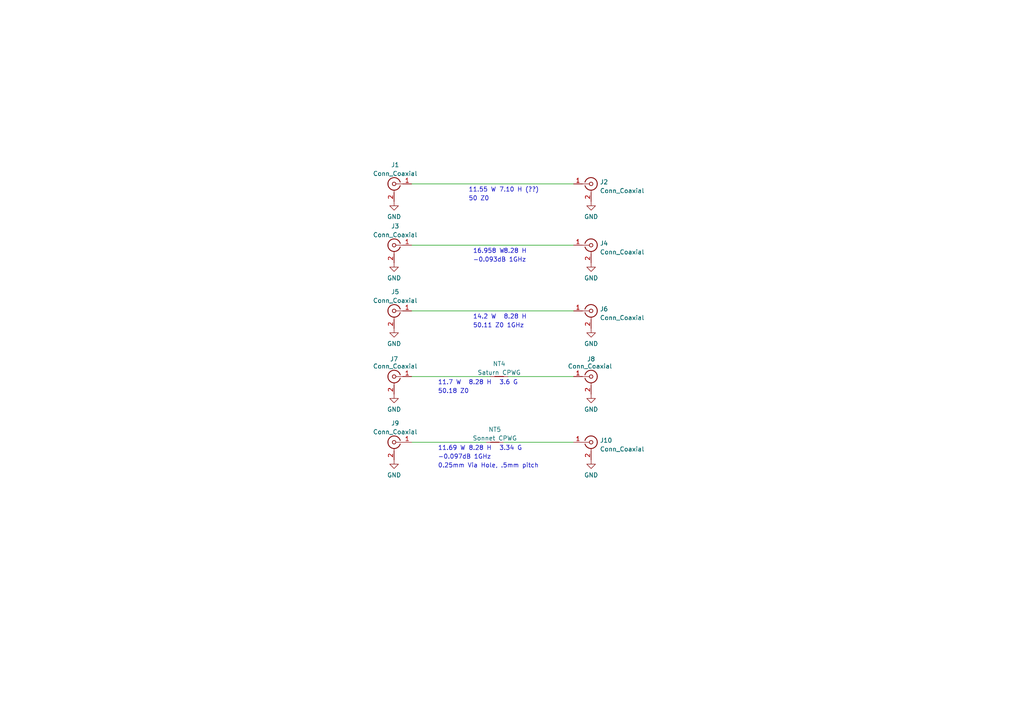
<source format=kicad_sch>
(kicad_sch (version 20211123) (generator eeschema)
  (paper "A4")
  (title_block (title "Test Coupon") (date "2022-07-20") (rev "1") (company "QuarterWave Engineering") (comment 1 "Made with <3 in San Diego - MIT Licence") (comment 4 "Looks simple? I wish."))
  (lib_symbols
    (symbol "Connector:Conn_Coaxial" (pin_names (offset 1.016) hide)
      (property "Reference" "J" (at 0.254 3.048 0))
      (property "Value" "Conn_Coaxial" (at 2.921 0 90))
      (symbol "Conn_Coaxial_0_1"
        (arc (start -1.778 -0.508) (mid 0.222 -1.808) (end 1.778 0) (stroke (width 0.254)))
        (polyline (pts (xy -2.54 0) (xy -0.508 0)))
        (polyline (pts (xy 0 -2.54) (xy 0 -1.778)))
        (circle (center 0 0) (radius 0.508) (stroke (width 0.2032)))
        (arc (start 1.778 0) (mid 0.222 1.8083) (end -1.778 0.508) (stroke (width 0.254)))
      )
      (symbol "Conn_Coaxial_1_1"
        (pin passive line (at -5.08 0 0) (length 2.54) (name "In") (number "1"))
        (pin passive line (at 0 -5.08 90) (length 2.54) (name "Ext") (number "2"))
      )
    )
    (symbol "Device:NetTie_2" (pin_numbers hide) (pin_names (offset 0) hide)
      (property "Reference" "NT" (at 0 1.27 0))
      (property "Value" "NetTie_2" (at 0 -1.27 0))
      (symbol "NetTie_2_0_1"
        (polyline (pts (xy -1.27 0) (xy 1.27 0)) (stroke (width 0.254)))
      )
      (symbol "NetTie_2_1_1"
        (pin passive line (at -2.54 0 0) (length 2.54) (name "1") (number "1"))
        (pin passive line (at 2.54 0 180) (length 2.54) (name "2") (number "2"))
      )
    )
    (symbol "power:GND" (power) (pin_names (offset 0))
      (property "Value" "GND" (at 0 -3.81 0))
      (symbol "GND_0_1"
        (polyline (pts (xy 0 0) (xy 0 -1.27) (xy 1.27 -1.27) (xy 0 -2.54) (xy -1.27 -1.27) (xy 0 -1.27)))
      )
      (symbol "GND_1_1"
        (pin power_in line (at 0 0 270) (length 0) hide (name "GND") (number "1"))
      )
    )
  )
  (wire (pts (xy 119.38 109.22) (xy 142.24 109.22)))
  (wire (pts (xy 147.32 109.22) (xy 166.37 109.22)))
  (wire (pts (xy 119.38 128.27) (xy 140.97 128.27)))
  (wire (pts (xy 119.38 53.34) (xy 166.37 53.34)))
  (wire (pts (xy 119.38 71.12) (xy 166.37 71.12)))
  (wire (pts (xy 146.05 128.27) (xy 166.37 128.27)))
  (wire (pts (xy 119.38 90.17) (xy 166.37 90.17)))
  (text "50 Z0" (at 135.89 58.42 0) (effects (font (size 1.27 1.27)) (justify left bottom)))
  (text "11.7 W" (at 127 111.76 0) (effects (font (size 1.27 1.27)) (justify left bottom)))
  (text "0.25mm Via Hole, .5mm pitch" (at 127 135.89 0) (effects (font (size 1.27 1.27)) (justify left bottom)))
  (text "8.28 H" (at 135.89 111.76 0) (effects (font (size 1.27 1.27)) (justify left bottom)))
  (text "3.34 G" (at 144.78 130.81 0) (effects (font (size 1.27 1.27)) (justify left bottom)))
  (text "8.28 H" (at 135.89 130.81 0) (effects (font (size 1.27 1.27)) (justify left bottom)))
  (text "8.28 H" (at 146.05 73.66 0) (effects (font (size 1.27 1.27)) (justify left bottom)))
  (text "16.958 W" (at 137.16 73.66 0) (effects (font (size 1.27 1.27)) (justify left bottom)))
  (text "50.11 Z0 1GHz" (at 137.16 95.25 0) (effects (font (size 1.27 1.27)) (justify left bottom)))
  (text "50.18 Z0" (at 127 114.3 0) (effects (font (size 1.27 1.27)) (justify left bottom)))
  (text "11.69 W" (at 127 130.81 0) (effects (font (size 1.27 1.27)) (justify left bottom)))
  (text "14.2 W" (at 137.16 92.71 0) (effects (font (size 1.27 1.27)) (justify left bottom)))
  (text "7.10 H (??)" (at 144.78 55.88 0) (effects (font (size 1.27 1.27)) (justify left bottom)))
  (text "11.55 W" (at 135.89 55.88 0) (effects (font (size 1.27 1.27)) (justify left bottom)))
  (text "-0.097dB 1GHz" (at 127 133.35 0) (effects (font (size 1.27 1.27)) (justify left bottom)))
  (text "8.28 H" (at 146.05 92.71 0) (effects (font (size 1.27 1.27)) (justify left bottom)))
  (text "-0.093dB 1GHz" (at 137.16 76.2 0) (effects (font (size 1.27 1.27)) (justify left bottom)))
  (text "3.6 G" (at 144.78 111.76 0) (effects (font (size 1.27 1.27)) (justify left bottom)))
  (symbol (lib_id "power:GND") (at 114.3 114.3 0) (unit 1)
    (property "Reference" "#PWR0102" (effects hide))
    (property "Value" "GND" (at 114.3 118.7434 0))
  )
  (symbol (lib_id "power:GND") (at 114.3 76.2 0) (unit 1)
    (property "Reference" "#PWR0105" (effects hide))
    (property "Value" "GND" (at 114.3 80.6434 0))
  )
  (symbol (lib_id "Device:NetTie_2") (at 143.51 128.27 0) (unit 1)
    (property "Reference" "NT5" (at 143.51 124.5702 0))
    (property "Value" "Sonnet CPWG" (at 143.51 127.1071 0))
    (property "Footprint" "testFootprint:SonnetCPWG" (effects hide))
  )
  (symbol (lib_id "Connector:Conn_Coaxial") (at 114.3 71.12 0) (mirror y) (unit 1)
    (property "Reference" "J3" (at 114.6174 65.5936 0))
    (property "Value" "Conn_Coaxial" (at 114.6174 68.1305 0))
    (property "Footprint" "ebaySMA:ebaySMA" (effects hide))
    (property "Datasheet" " ~" (effects hide))
  )
  (symbol (lib_id "power:GND") (at 171.45 95.25 0) (mirror y) (unit 1)
    (property "Reference" "#PWR0106" (effects hide))
    (property "Value" "GND" (at 171.45 99.6934 0))
  )
  (symbol (lib_id "Connector:Conn_Coaxial") (at 171.45 128.27 0) (unit 1)
    (property "Reference" "J10" (at 173.99 127.7285 0) (effects (justify left)))
    (property "Value" "Conn_Coaxial" (at 173.99 130.2654 0) (effects (justify left)))
    (property "Footprint" "ebaySMA:ebaySMA" (effects hide))
    (property "Datasheet" " ~" (effects hide))
  )
  (symbol (lib_id "power:GND") (at 171.45 58.42 0) (mirror y) (unit 1)
    (property "Reference" "#PWR0109" (effects hide))
    (property "Value" "GND" (at 171.45 62.8634 0))
  )
  (symbol (lib_id "Connector:Conn_Coaxial") (at 114.3 109.22 0) (mirror y) (unit 1)
    (property "Reference" "J7" (at 114.3 104.14 0))
    (property "Value" "Conn_Coaxial" (at 114.6174 106.2305 0))
    (property "Footprint" "ebaySMA:ebaySMA" (effects hide))
    (property "Datasheet" " ~" (effects hide))
  )
  (symbol (lib_id "Connector:Conn_Coaxial") (at 114.3 90.17 0) (mirror y) (unit 1)
    (property "Reference" "J5" (at 114.6174 84.6436 0))
    (property "Value" "Conn_Coaxial" (at 114.6174 87.1805 0))
    (property "Footprint" "ebaySMA:ebaySMA" (effects hide))
    (property "Datasheet" " ~" (effects hide))
  )
  (symbol (lib_id "Connector:Conn_Coaxial") (at 171.45 109.22 0) (unit 1)
    (property "Reference" "J8" (at 171.45 104.14 0))
    (property "Value" "Conn_Coaxial" (at 171.1326 106.2305 0))
    (property "Footprint" "ebaySMA:ebaySMA" (effects hide))
    (property "Datasheet" " ~" (effects hide))
  )
  (symbol (lib_id "Connector:Conn_Coaxial") (at 171.45 90.17 0) (unit 1)
    (property "Reference" "J6" (at 173.99 89.6285 0) (effects (justify left)))
    (property "Value" "Conn_Coaxial" (at 173.99 92.1654 0) (effects (justify left)))
    (property "Footprint" "ebaySMA:ebaySMA" (effects hide))
    (property "Datasheet" " ~" (effects hide))
  )
  (symbol (lib_id "power:GND") (at 171.45 114.3 0) (mirror y) (unit 1)
    (property "Reference" "#PWR0107" (effects hide))
    (property "Value" "GND" (at 171.45 118.7434 0))
  )
  (symbol (lib_id "power:GND") (at 114.3 58.42 0) (unit 1)
    (property "Reference" "#PWR0104" (effects hide))
    (property "Value" "GND" (at 114.3 62.8634 0))
  )
  (symbol (lib_id "Device:NetTie_2") (at 144.78 109.22 0) (unit 1)
    (property "Reference" "NT4" (at 144.78 105.5202 0))
    (property "Value" "Saturn CPWG" (at 144.78 108.0571 0))
    (property "Footprint" "testFootprint:SaturnCPWG" (effects hide))
  )
  (symbol (lib_id "Connector:Conn_Coaxial") (at 114.3 53.34 0) (mirror y) (unit 1)
    (property "Reference" "J1" (at 114.6174 47.8136 0))
    (property "Value" "Conn_Coaxial" (at 114.6174 50.3505 0))
    (property "Footprint" "ebaySMA:ebaySMA" (effects hide))
    (property "Datasheet" " ~" (effects hide))
  )
  (symbol (lib_id "Connector:Conn_Coaxial") (at 171.45 53.34 0) (unit 1)
    (property "Reference" "J2" (at 173.99 52.7985 0) (effects (justify left)))
    (property "Value" "Conn_Coaxial" (at 173.99 55.3354 0) (effects (justify left)))
    (property "Footprint" "ebaySMA:ebaySMA" (effects hide))
    (property "Datasheet" " ~" (effects hide))
  )
  (symbol (lib_id "power:GND") (at 171.45 133.35 0) (mirror y) (unit 1)
    (property "Reference" "#PWR0108" (effects hide))
    (property "Value" "GND" (at 171.45 137.7934 0))
  )
  (symbol (lib_id "power:GND") (at 171.45 76.2 0) (mirror y) (unit 1)
    (property "Reference" "#PWR0110" (effects hide))
    (property "Value" "GND" (at 171.45 80.6434 0))
  )
  (symbol (lib_id "Connector:Conn_Coaxial") (at 114.3 128.27 0) (mirror y) (unit 1)
    (property "Reference" "J9" (at 114.6174 122.7436 0))
    (property "Value" "Conn_Coaxial" (at 114.6174 125.2805 0))
    (property "Footprint" "ebaySMA:ebaySMA" (effects hide))
    (property "Datasheet" " ~" (effects hide))
  )
  (symbol (lib_id "power:GND") (at 114.3 133.35 0) (unit 1)
    (property "Reference" "#PWR0101" (effects hide))
    (property "Value" "GND" (at 114.3 137.7934 0))
  )
  (symbol (lib_id "Connector:Conn_Coaxial") (at 171.45 71.12 0) (unit 1)
    (property "Reference" "J4" (at 173.99 70.5785 0) (effects (justify left)))
    (property "Value" "Conn_Coaxial" (at 173.99 73.1154 0) (effects (justify left)))
    (property "Footprint" "ebaySMA:ebaySMA" (effects hide))
    (property "Datasheet" " ~" (effects hide))
  )
  (symbol (lib_id "power:GND") (at 114.3 95.25 0) (unit 1)
    (property "Reference" "#PWR0103" (effects hide))
    (property "Value" "GND" (at 114.3 99.6934 0))
  )
)
</source>
